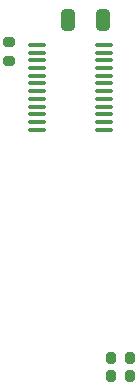
<source format=gbr>
%TF.GenerationSoftware,KiCad,Pcbnew,(6.0.9)*%
%TF.CreationDate,2023-01-27T17:05:39-09:00*%
%TF.ProjectId,GAUGE_Standby Altimeter,47415547-455f-4537-9461-6e6462792041,rev?*%
%TF.SameCoordinates,Original*%
%TF.FileFunction,Paste,Top*%
%TF.FilePolarity,Positive*%
%FSLAX46Y46*%
G04 Gerber Fmt 4.6, Leading zero omitted, Abs format (unit mm)*
G04 Created by KiCad (PCBNEW (6.0.9)) date 2023-01-27 17:05:39*
%MOMM*%
%LPD*%
G01*
G04 APERTURE LIST*
G04 Aperture macros list*
%AMRoundRect*
0 Rectangle with rounded corners*
0 $1 Rounding radius*
0 $2 $3 $4 $5 $6 $7 $8 $9 X,Y pos of 4 corners*
0 Add a 4 corners polygon primitive as box body*
4,1,4,$2,$3,$4,$5,$6,$7,$8,$9,$2,$3,0*
0 Add four circle primitives for the rounded corners*
1,1,$1+$1,$2,$3*
1,1,$1+$1,$4,$5*
1,1,$1+$1,$6,$7*
1,1,$1+$1,$8,$9*
0 Add four rect primitives between the rounded corners*
20,1,$1+$1,$2,$3,$4,$5,0*
20,1,$1+$1,$4,$5,$6,$7,0*
20,1,$1+$1,$6,$7,$8,$9,0*
20,1,$1+$1,$8,$9,$2,$3,0*%
G04 Aperture macros list end*
%ADD10RoundRect,0.250000X0.325000X0.650000X-0.325000X0.650000X-0.325000X-0.650000X0.325000X-0.650000X0*%
%ADD11RoundRect,0.200000X-0.275000X0.200000X-0.275000X-0.200000X0.275000X-0.200000X0.275000X0.200000X0*%
%ADD12RoundRect,0.200000X-0.200000X-0.275000X0.200000X-0.275000X0.200000X0.275000X-0.200000X0.275000X0*%
%ADD13RoundRect,0.100000X-0.637500X-0.100000X0.637500X-0.100000X0.637500X0.100000X-0.637500X0.100000X0*%
G04 APERTURE END LIST*
D10*
%TO.C,C1*%
X194212515Y-79642452D03*
X191262515Y-79642452D03*
%TD*%
D11*
%TO.C,R1*%
X186260515Y-81484452D03*
X186260515Y-83134452D03*
%TD*%
D12*
%TO.C,R2*%
X194897015Y-108280952D03*
X196547015Y-108280952D03*
%TD*%
%TO.C,R3*%
X196547015Y-109804952D03*
X194897015Y-109804952D03*
%TD*%
D13*
%TO.C,U1*%
X194330015Y-81782452D03*
X194330015Y-82432452D03*
X194330015Y-83082452D03*
X194330015Y-83732452D03*
X194330015Y-84382452D03*
X194330015Y-85032452D03*
X194330015Y-85682452D03*
X194330015Y-86332452D03*
X194330015Y-86982452D03*
X194330015Y-87632452D03*
X194330015Y-88282452D03*
X194330015Y-88932452D03*
X188605015Y-88932452D03*
X188605015Y-88282452D03*
X188605015Y-87632452D03*
X188605015Y-86982452D03*
X188605015Y-86332452D03*
X188605015Y-85682452D03*
X188605015Y-85032452D03*
X188605015Y-84382452D03*
X188605015Y-83732452D03*
X188605015Y-83082452D03*
X188605015Y-82432452D03*
X188605015Y-81782452D03*
%TD*%
M02*

</source>
